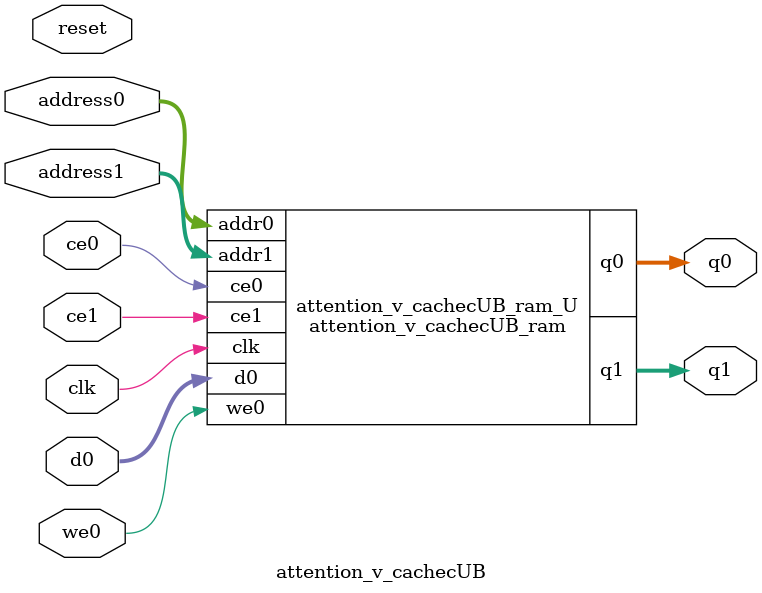
<source format=v>
`timescale 1 ns / 1 ps
module attention_v_cachecUB_ram (addr0, ce0, d0, we0, q0, addr1, ce1, q1,  clk);

parameter DWIDTH = 40;
parameter AWIDTH = 12;
parameter MEM_SIZE = 2304;

input[AWIDTH-1:0] addr0;
input ce0;
input[DWIDTH-1:0] d0;
input we0;
output reg[DWIDTH-1:0] q0;
input[AWIDTH-1:0] addr1;
input ce1;
output reg[DWIDTH-1:0] q1;
input clk;

(* ram_style = "block" *)reg [DWIDTH-1:0] ram[0:MEM_SIZE-1];




always @(posedge clk)  
begin 
    if (ce0) begin
        if (we0) 
            ram[addr0] <= d0; 
        q0 <= ram[addr0];
    end
end


always @(posedge clk)  
begin 
    if (ce1) begin
        q1 <= ram[addr1];
    end
end


endmodule

`timescale 1 ns / 1 ps
module attention_v_cachecUB(
    reset,
    clk,
    address0,
    ce0,
    we0,
    d0,
    q0,
    address1,
    ce1,
    q1);

parameter DataWidth = 32'd40;
parameter AddressRange = 32'd2304;
parameter AddressWidth = 32'd12;
input reset;
input clk;
input[AddressWidth - 1:0] address0;
input ce0;
input we0;
input[DataWidth - 1:0] d0;
output[DataWidth - 1:0] q0;
input[AddressWidth - 1:0] address1;
input ce1;
output[DataWidth - 1:0] q1;



attention_v_cachecUB_ram attention_v_cachecUB_ram_U(
    .clk( clk ),
    .addr0( address0 ),
    .ce0( ce0 ),
    .we0( we0 ),
    .d0( d0 ),
    .q0( q0 ),
    .addr1( address1 ),
    .ce1( ce1 ),
    .q1( q1 ));

endmodule


</source>
